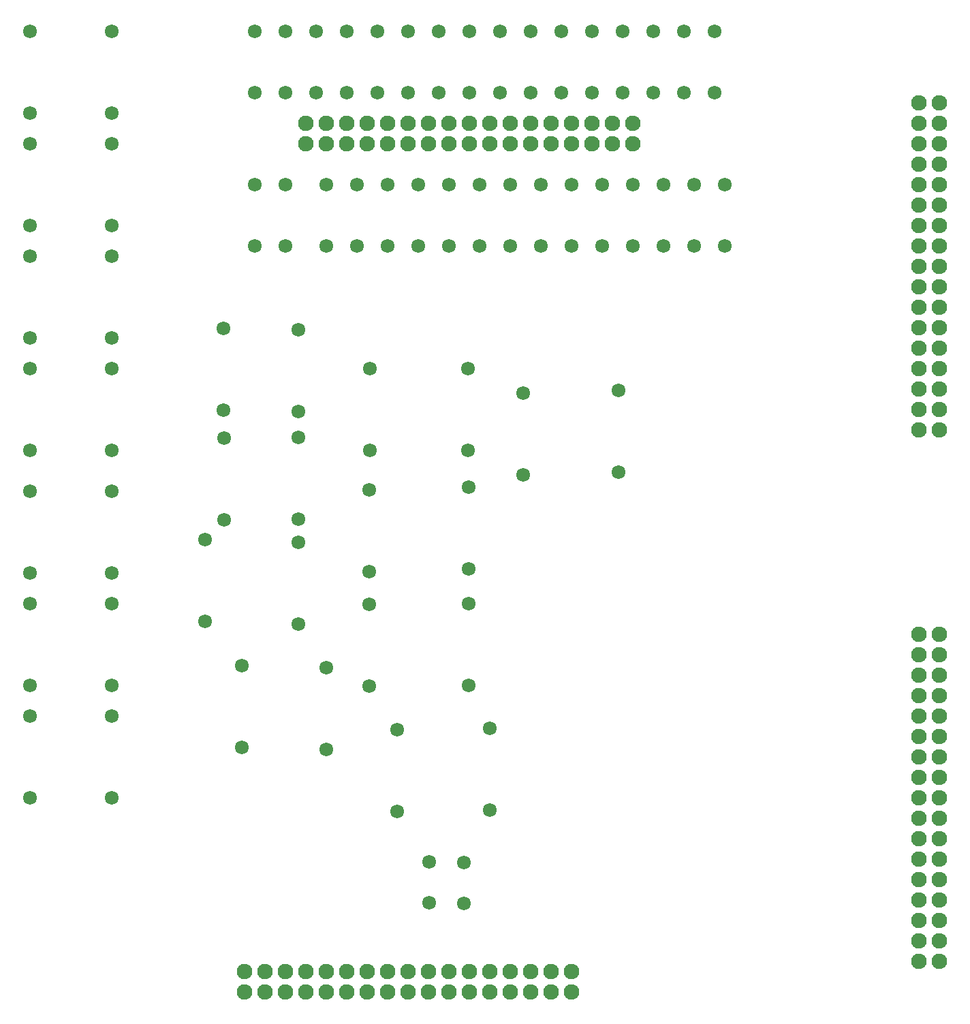
<source format=gbr>
G04 #@! TF.FileFunction,Soldermask,Bot*
%FSLAX46Y46*%
G04 Gerber Fmt 4.6, Leading zero omitted, Abs format (unit mm)*
G04 Created by KiCad (PCBNEW 4.0.4-stable) date 12/23/16 23:50:51*
%MOMM*%
%LPD*%
G01*
G04 APERTURE LIST*
%ADD10C,0.100000*%
%ADD11C,1.720800*%
%ADD12C,1.930000*%
G04 APERTURE END LIST*
D10*
D11*
X111810800Y-142570200D03*
X111810800Y-147650200D03*
X116179600Y-142697200D03*
X116179600Y-147777200D03*
D12*
X137160000Y-50800000D03*
X137160000Y-53340000D03*
X134620000Y-50800000D03*
X134620000Y-53340000D03*
X132080000Y-50800000D03*
X132080000Y-53340000D03*
X129540000Y-50800000D03*
X129540000Y-53340000D03*
X127000000Y-50800000D03*
X127000000Y-53340000D03*
X124460000Y-50800000D03*
X124460000Y-53340000D03*
X121920000Y-50800000D03*
X121920000Y-53340000D03*
X119380000Y-50800000D03*
X119380000Y-53340000D03*
X116840000Y-50800000D03*
X116840000Y-53340000D03*
X114300000Y-50800000D03*
X114300000Y-53340000D03*
X111760000Y-50800000D03*
X111760000Y-53340000D03*
X109220000Y-50800000D03*
X109220000Y-53340000D03*
X106680000Y-50800000D03*
X106680000Y-53340000D03*
X104140000Y-50800000D03*
X104140000Y-53340000D03*
X101600000Y-50800000D03*
X101600000Y-53340000D03*
X99060000Y-50800000D03*
X99060000Y-53340000D03*
X96520000Y-50800000D03*
X96520000Y-53340000D03*
X175260000Y-88900000D03*
X172720000Y-88900000D03*
X175260000Y-86360000D03*
X172720000Y-86360000D03*
X175260000Y-83820000D03*
X172720000Y-83820000D03*
X175260000Y-81280000D03*
X172720000Y-81280000D03*
X175260000Y-78740000D03*
X172720000Y-78740000D03*
X175260000Y-76200000D03*
X172720000Y-76200000D03*
X175260000Y-73660000D03*
X172720000Y-73660000D03*
X175260000Y-71120000D03*
X172720000Y-71120000D03*
X175260000Y-68580000D03*
X172720000Y-68580000D03*
X175260000Y-66040000D03*
X172720000Y-66040000D03*
X175260000Y-63500000D03*
X172720000Y-63500000D03*
X175260000Y-60960000D03*
X172720000Y-60960000D03*
X175260000Y-58420000D03*
X172720000Y-58420000D03*
X175260000Y-55880000D03*
X172720000Y-55880000D03*
X175260000Y-53340000D03*
X172720000Y-53340000D03*
X175260000Y-50800000D03*
X172720000Y-50800000D03*
X175260000Y-48260000D03*
X172720000Y-48260000D03*
X175260000Y-154940000D03*
X172720000Y-154940000D03*
X175260000Y-152400000D03*
X172720000Y-152400000D03*
X175260000Y-149860000D03*
X172720000Y-149860000D03*
X175260000Y-147320000D03*
X172720000Y-147320000D03*
X175260000Y-144780000D03*
X172720000Y-144780000D03*
X175260000Y-142240000D03*
X172720000Y-142240000D03*
X175260000Y-139700000D03*
X172720000Y-139700000D03*
X175260000Y-137160000D03*
X172720000Y-137160000D03*
X175260000Y-134620000D03*
X172720000Y-134620000D03*
X175260000Y-132080000D03*
X172720000Y-132080000D03*
X175260000Y-129540000D03*
X172720000Y-129540000D03*
X175260000Y-127000000D03*
X172720000Y-127000000D03*
X175260000Y-124460000D03*
X172720000Y-124460000D03*
X175260000Y-121920000D03*
X172720000Y-121920000D03*
X175260000Y-119380000D03*
X172720000Y-119380000D03*
X175260000Y-116840000D03*
X172720000Y-116840000D03*
X175260000Y-114300000D03*
X172720000Y-114300000D03*
X88900000Y-158750000D03*
X88900000Y-156210000D03*
X91440000Y-158750000D03*
X91440000Y-156210000D03*
X93980000Y-158750000D03*
X93980000Y-156210000D03*
X96520000Y-158750000D03*
X96520000Y-156210000D03*
X99060000Y-158750000D03*
X99060000Y-156210000D03*
X101600000Y-158750000D03*
X101600000Y-156210000D03*
X104140000Y-158750000D03*
X104140000Y-156210000D03*
X106680000Y-158750000D03*
X106680000Y-156210000D03*
X109220000Y-158750000D03*
X109220000Y-156210000D03*
X111760000Y-158750000D03*
X111760000Y-156210000D03*
X114300000Y-158750000D03*
X114300000Y-156210000D03*
X116840000Y-158750000D03*
X116840000Y-156210000D03*
X119380000Y-158750000D03*
X119380000Y-156210000D03*
X121920000Y-158750000D03*
X121920000Y-156210000D03*
X124460000Y-158750000D03*
X124460000Y-156210000D03*
X127000000Y-158750000D03*
X127000000Y-156210000D03*
X129540000Y-158750000D03*
X129540000Y-156210000D03*
D11*
X90170000Y-39370000D03*
X90170000Y-46990000D03*
X93980000Y-66040000D03*
X93980000Y-58420000D03*
X93980000Y-39370000D03*
X93980000Y-46990000D03*
X99060000Y-66040000D03*
X99060000Y-58420000D03*
X97790000Y-39370000D03*
X97790000Y-46990000D03*
X102870000Y-66040000D03*
X102870000Y-58420000D03*
X101600000Y-39370000D03*
X101600000Y-46990000D03*
X106680000Y-66040000D03*
X106680000Y-58420000D03*
X105410000Y-39370000D03*
X105410000Y-46990000D03*
X110490000Y-66040000D03*
X110490000Y-58420000D03*
X109220000Y-39370000D03*
X109220000Y-46990000D03*
X114300000Y-66040000D03*
X114300000Y-58420000D03*
X113030000Y-39370000D03*
X113030000Y-46990000D03*
X118110000Y-66040000D03*
X118110000Y-58420000D03*
X116840000Y-39370000D03*
X116840000Y-46990000D03*
X121920000Y-66040000D03*
X121920000Y-58420000D03*
X120650000Y-39370000D03*
X120650000Y-46990000D03*
X125730000Y-66040000D03*
X125730000Y-58420000D03*
X124460000Y-39370000D03*
X124460000Y-46990000D03*
X129540000Y-66040000D03*
X129540000Y-58420000D03*
X128270000Y-39370000D03*
X128270000Y-46990000D03*
X133350000Y-66040000D03*
X133350000Y-58420000D03*
X132080000Y-39370000D03*
X132080000Y-46990000D03*
X137160000Y-66040000D03*
X137160000Y-58420000D03*
X135890000Y-39370000D03*
X135890000Y-46990000D03*
X140970000Y-66040000D03*
X140970000Y-58420000D03*
X139700000Y-39370000D03*
X139700000Y-46990000D03*
X144780000Y-66040000D03*
X144780000Y-58420000D03*
X143510000Y-39370000D03*
X143510000Y-46990000D03*
X148590000Y-66040000D03*
X148590000Y-58420000D03*
X147320000Y-39370000D03*
X147320000Y-46990000D03*
X107873800Y-126187200D03*
X107873800Y-136347200D03*
X119405400Y-125984000D03*
X119405400Y-136144000D03*
X123520200Y-84302600D03*
X123520200Y-94462600D03*
X135407400Y-94183200D03*
X135407400Y-84023200D03*
X104394000Y-110617000D03*
X104394000Y-120777000D03*
X116713000Y-110490000D03*
X116713000Y-120650000D03*
X62230000Y-91440000D03*
X62230000Y-81280000D03*
X72390000Y-81280000D03*
X72390000Y-91440000D03*
X104394000Y-96393000D03*
X104394000Y-106553000D03*
X116713000Y-96012000D03*
X116713000Y-106172000D03*
X104495600Y-81280000D03*
X104495600Y-91440000D03*
X116687600Y-91440000D03*
X116687600Y-81280000D03*
X88519000Y-118237000D03*
X88519000Y-128397000D03*
X99060000Y-118491000D03*
X99060000Y-128651000D03*
X62230000Y-67310000D03*
X62230000Y-77470000D03*
X72390000Y-67310000D03*
X72390000Y-77470000D03*
X62230000Y-96520000D03*
X62230000Y-106680000D03*
X72390000Y-106680000D03*
X72390000Y-96520000D03*
X62230000Y-110490000D03*
X62230000Y-120650000D03*
X72390000Y-110490000D03*
X72390000Y-120650000D03*
X62230000Y-124460000D03*
X62230000Y-134620000D03*
X72390000Y-124460000D03*
X72390000Y-134620000D03*
X62230000Y-53340000D03*
X62230000Y-63500000D03*
X72390000Y-53340000D03*
X72390000Y-63500000D03*
X86385400Y-89941400D03*
X86385400Y-100101400D03*
X95605600Y-89865200D03*
X95605600Y-100025200D03*
X83947000Y-102514400D03*
X83947000Y-112674400D03*
X95554800Y-102870000D03*
X95554800Y-113030000D03*
X86309200Y-76276200D03*
X86309200Y-86436200D03*
X95605600Y-86588600D03*
X95605600Y-76428600D03*
X62230000Y-39370000D03*
X62230000Y-49530000D03*
X72390000Y-49530000D03*
X72390000Y-39370000D03*
X90170000Y-66040000D03*
X90170000Y-58420000D03*
M02*

</source>
